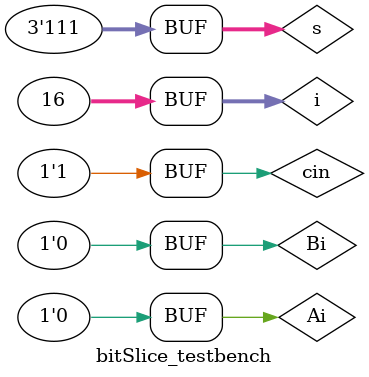
<source format=sv>
module bitSlice(Ai, Bi, s, cin, cout, out);
    input logic Ai, Bi, cin;
    input logic [2:0] s;
    output logic cout, out;
    
    logic [7:0] i;
    logic sum;


    assign i[0] = Bi;
    

    and a1(i[4], Ai, Bi);
    or o1(i[5], Ai, Bi);
    xor x1(i[6], Ai, Bi);

    fullAdder f1(.A(Ai), .B(Bi), .cin(cin), .s0(s[0]), .sum(sum), .cout(cout));


    assign i[2] = sum;  
    assign i[3] = sum;  


    mux8_1 mux2 (.i(i), .sel(s), .out(out));

endmodule

module bitSlice_testbench();
	logic Ai, Bi, cin;
	logic [2:0] s;
	logic cout, out;
	
	bitSlice dut(.Ai, .Bi, .s, .cin, .cout, .out);
	integer i;
	initial begin
		for (i=0; i<2**4; i++) begin
			{Ai, Bi, cin, s} = i; #10;
		end
	end
endmodule
</source>
